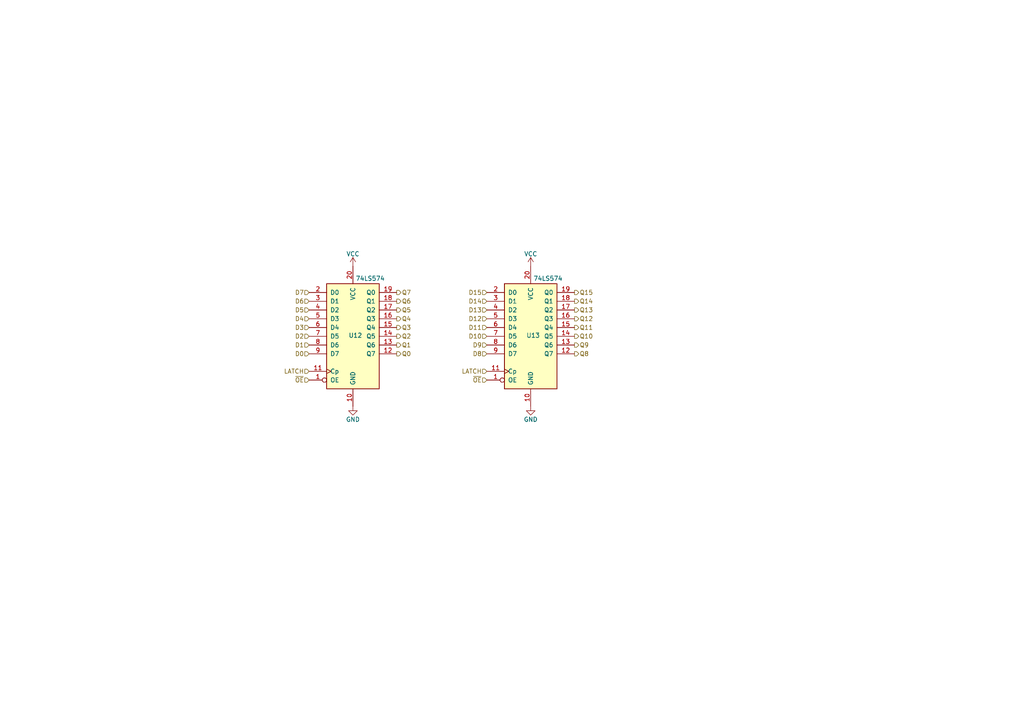
<source format=kicad_sch>
(kicad_sch (version 20211123) (generator eeschema)
  (paper "A4")
  (lib_symbols
    (symbol "74xx:74LS574" (pin_names (offset 1.016))
      (property "Reference" "U" (at -7.62 16.51 0))
      (property "Value" "74LS574" (at -7.62 -16.51 0))
      (symbol "74LS574_1_0"
        (pin input inverted (at -12.7 -12.7 0) (length 5.08) (name "OE") (number "1"))
        (pin power_in line (at 0 -20.32 90) (length 5.08) (name "GND") (number "10"))
        (pin input clock (at -12.7 -10.16 0) (length 5.08) (name "Cp") (number "11"))
        (pin tri_state line (at 12.7 -5.08 180) (length 5.08) (name "Q7") (number "12"))
        (pin tri_state line (at 12.7 -2.54 180) (length 5.08) (name "Q6") (number "13"))
        (pin tri_state line (at 12.7 0 180) (length 5.08) (name "Q5") (number "14"))
        (pin tri_state line (at 12.7 2.54 180) (length 5.08) (name "Q4") (number "15"))
        (pin tri_state line (at 12.7 5.08 180) (length 5.08) (name "Q3") (number "16"))
        (pin tri_state line (at 12.7 7.62 180) (length 5.08) (name "Q2") (number "17"))
        (pin tri_state line (at 12.7 10.16 180) (length 5.08) (name "Q1") (number "18"))
        (pin tri_state line (at 12.7 12.7 180) (length 5.08) (name "Q0") (number "19"))
        (pin input line (at -12.7 12.7 0) (length 5.08) (name "D0") (number "2"))
        (pin power_in line (at 0 20.32 270) (length 5.08) (name "VCC") (number "20"))
        (pin input line (at -12.7 10.16 0) (length 5.08) (name "D1") (number "3"))
        (pin input line (at -12.7 7.62 0) (length 5.08) (name "D2") (number "4"))
        (pin input line (at -12.7 5.08 0) (length 5.08) (name "D3") (number "5"))
        (pin input line (at -12.7 2.54 0) (length 5.08) (name "D4") (number "6"))
        (pin input line (at -12.7 0 0) (length 5.08) (name "D5") (number "7"))
        (pin input line (at -12.7 -2.54 0) (length 5.08) (name "D6") (number "8"))
        (pin input line (at -12.7 -5.08 0) (length 5.08) (name "D7") (number "9"))
      )
      (symbol "74LS574_1_1"
        (rectangle (start -7.62 15.24) (end 7.62 -15.24) (stroke (width 0.254)) (fill (type background)))
      )
    )
    (symbol "power:GND" (power) (pin_names (offset 0))
      (property "Value" "GND" (at 0 -3.81 0))
      (symbol "GND_0_1"
        (polyline (pts (xy 0 0) (xy 0 -1.27) (xy 1.27 -1.27) (xy 0 -2.54) (xy -1.27 -1.27) (xy 0 -1.27)))
      )
      (symbol "GND_1_1"
        (pin power_in line (at 0 0 270) (length 0) hide (name "GND") (number "1"))
      )
    )
    (symbol "power:VCC" (power) (pin_names (offset 0))
      (property "Value" "VCC" (at 0 3.81 0))
      (symbol "VCC_0_1"
        (polyline (pts (xy -0.762 1.27) (xy 0 2.54)))
        (polyline (pts (xy 0 0) (xy 0 2.54)))
        (polyline (pts (xy 0 2.54) (xy 0.762 1.27)))
      )
      (symbol "VCC_1_1"
        (pin power_in line (at 0 0 90) (length 0) hide (name "VCC") (number "1"))
      )
    )
  )
  (hierarchical_label "LATCH" (shape input) (at 89.662 107.696 180))
  (hierarchical_label "Q6" (shape output) (at 115.062 87.376 0))
  (hierarchical_label "D6" (shape input) (at 89.662 87.376 180))
  (hierarchical_label "Q0" (shape output) (at 115.062 102.616 0))
  (hierarchical_label "Q1" (shape output) (at 115.062 100.076 0))
  (hierarchical_label "D11" (shape input) (at 141.224 94.996 180))
  (hierarchical_label "Q8" (shape output) (at 166.624 102.616 0))
  (hierarchical_label "D8" (shape input) (at 141.224 102.616 180))
  (hierarchical_label "D13" (shape input) (at 141.224 89.916 180))
  (hierarchical_label "Q7" (shape output) (at 115.062 84.836 0))
  (hierarchical_label "Q11" (shape output) (at 166.624 94.996 0))
  (hierarchical_label "Q12" (shape output) (at 166.624 92.456 0))
  (hierarchical_label "D10" (shape input) (at 141.224 97.536 180))
  (hierarchical_label "Q15" (shape output) (at 166.624 84.836 0))
  (hierarchical_label "LATCH" (shape input) (at 141.224 107.696 180))
  (hierarchical_label "~{OE}" (shape input) (at 89.662 110.236 180))
  (hierarchical_label "D1" (shape input) (at 89.662 100.076 180))
  (hierarchical_label "Q10" (shape output) (at 166.624 97.536 0))
  (hierarchical_label "D5" (shape input) (at 89.662 89.916 180))
  (hierarchical_label "~{OE}" (shape input) (at 141.224 110.236 180))
  (hierarchical_label "Q14" (shape output) (at 166.624 87.376 0))
  (hierarchical_label "D2" (shape input) (at 89.662 97.536 180))
  (hierarchical_label "D12" (shape input) (at 141.224 92.456 180))
  (hierarchical_label "D3" (shape input) (at 89.662 94.996 180))
  (hierarchical_label "Q3" (shape output) (at 115.062 94.996 0))
  (hierarchical_label "D9" (shape input) (at 141.224 100.076 180))
  (hierarchical_label "D7" (shape input) (at 89.662 84.836 180))
  (hierarchical_label "D4" (shape input) (at 89.662 92.456 180))
  (hierarchical_label "D15" (shape input) (at 141.224 84.836 180))
  (hierarchical_label "D14" (shape input) (at 141.224 87.376 180))
  (hierarchical_label "Q9" (shape output) (at 166.624 100.076 0))
  (hierarchical_label "D0" (shape input) (at 89.662 102.616 180))
  (hierarchical_label "Q2" (shape output) (at 115.062 97.536 0))
  (hierarchical_label "Q4" (shape output) (at 115.062 92.456 0))
  (hierarchical_label "Q5" (shape output) (at 115.062 89.916 0))
  (hierarchical_label "Q13" (shape output) (at 166.624 89.916 0))
  (symbol (lib_id "power:VCC") (at 102.362 77.216 0) (unit 1)
    (property "Reference" "#PWR038" (effects hide))
    (property "Value" "VCC" (at 102.362 73.66 0))
  )
  (symbol (lib_id "power:GND") (at 153.924 117.856 0) (unit 1)
    (property "Reference" "#PWR041" (effects hide))
    (property "Value" "GND" (at 153.924 121.666 0))
  )
  (symbol (lib_id "power:VCC") (at 153.924 77.216 0) (unit 1)
    (property "Reference" "#PWR040" (effects hide))
    (property "Value" "VCC" (at 153.924 73.66 0))
  )
  (symbol (lib_id "74xx:74LS574") (at 153.924 97.536 0) (unit 1)
    (property "Reference" "U13" (at 152.654 97.282 0) (effects (justify left)))
    (property "Value" "74LS574" (at 154.686 80.772 0) (effects (justify left)))
    (property "Footprint" "Package_SO:SO-20_12.8x7.5mm_P1.27mm" (effects hide))
    (property "Datasheet" "http://www.ti.com/lit/gpn/sn74LS574" (effects hide))
  )
  (symbol (lib_id "power:GND") (at 102.362 117.856 0) (unit 1)
    (property "Reference" "#PWR039" (effects hide))
    (property "Value" "GND" (at 102.362 121.666 0))
  )
  (symbol (lib_id "74xx:74LS574") (at 102.362 97.536 0) (unit 1)
    (property "Reference" "U12" (at 101.092 97.282 0) (effects (justify left)))
    (property "Value" "74LS574" (at 103.124 80.772 0) (effects (justify left)))
    (property "Footprint" "Package_SO:SO-20_12.8x7.5mm_P1.27mm" (effects hide))
    (property "Datasheet" "http://www.ti.com/lit/gpn/sn74LS574" (effects hide))
  )
)
</source>
